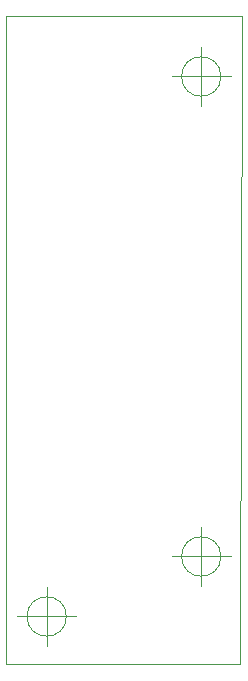
<source format=gbr>
G04 #@! TF.GenerationSoftware,KiCad,Pcbnew,(5.1.9)-1*
G04 #@! TF.CreationDate,2021-06-10T15:02:55-04:00*
G04 #@! TF.ProjectId,6526KernalSwitcherB,36353236-4b65-4726-9e61-6c5377697463,rev?*
G04 #@! TF.SameCoordinates,Original*
G04 #@! TF.FileFunction,Profile,NP*
%FSLAX46Y46*%
G04 Gerber Fmt 4.6, Leading zero omitted, Abs format (unit mm)*
G04 Created by KiCad (PCBNEW (5.1.9)-1) date 2021-06-10 15:02:55*
%MOMM*%
%LPD*%
G01*
G04 APERTURE LIST*
G04 #@! TA.AperFunction,Profile*
%ADD10C,0.050000*%
G04 #@! TD*
G04 APERTURE END LIST*
D10*
X115966666Y-91440000D02*
G75*
G03*
X115966666Y-91440000I-1666666J0D01*
G01*
X111800000Y-91440000D02*
X116800000Y-91440000D01*
X114300000Y-88940000D02*
X114300000Y-93940000D01*
X102885666Y-96520000D02*
G75*
G03*
X102885666Y-96520000I-1666666J0D01*
G01*
X98719000Y-96520000D02*
X103719000Y-96520000D01*
X101219000Y-94020000D02*
X101219000Y-99020000D01*
X115966666Y-50800000D02*
G75*
G03*
X115966666Y-50800000I-1666666J0D01*
G01*
X111800000Y-50800000D02*
X116800000Y-50800000D01*
X114300000Y-48300000D02*
X114300000Y-53300000D01*
X97790000Y-100584000D02*
X97790000Y-45720000D01*
X117602000Y-100584000D02*
X97790000Y-100584000D01*
X117729000Y-45720000D02*
X117602000Y-100584000D01*
X97790000Y-45720000D02*
X117729000Y-45720000D01*
M02*

</source>
